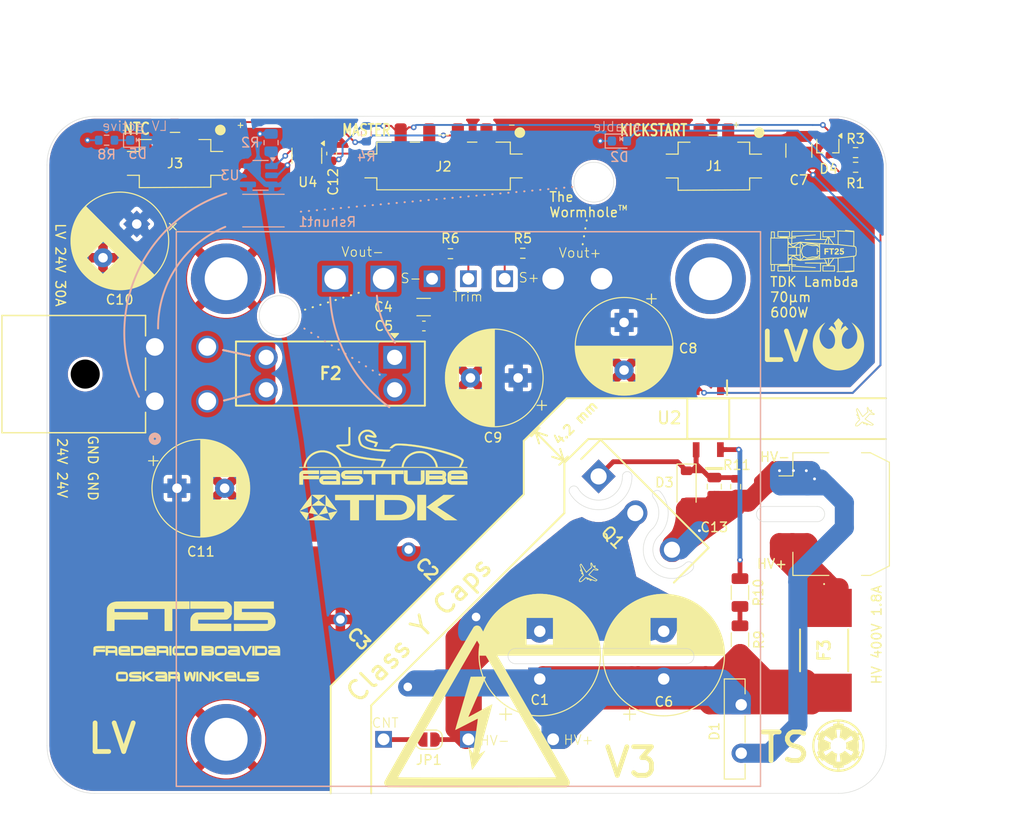
<source format=kicad_pcb>
(kicad_pcb
	(version 20241229)
	(generator "pcbnew")
	(generator_version "9.0")
	(general
		(thickness 1.67)
		(legacy_teardrops no)
	)
	(paper "A4")
	(layers
		(0 "F.Cu" mixed)
		(2 "B.Cu" mixed)
		(9 "F.Adhes" user "F.Adhesive")
		(11 "B.Adhes" user "B.Adhesive")
		(13 "F.Paste" user)
		(15 "B.Paste" user)
		(5 "F.SilkS" user "F.Silkscreen")
		(7 "B.SilkS" user "B.Silkscreen")
		(1 "F.Mask" user)
		(3 "B.Mask" user)
		(17 "Dwgs.User" user "User.Drawings")
		(19 "Cmts.User" user "User.Comments")
		(21 "Eco1.User" user "User.Eco1")
		(23 "Eco2.User" user "User.Eco2")
		(25 "Edge.Cuts" user)
		(27 "Margin" user)
		(31 "F.CrtYd" user "F.Courtyard")
		(29 "B.CrtYd" user "B.Courtyard")
		(35 "F.Fab" user)
		(33 "B.Fab" user)
		(39 "User.1" user)
		(41 "User.2" user)
		(43 "User.3" user)
		(45 "User.4" user)
		(47 "User.5" user)
		(49 "User.6" user)
		(51 "User.7" user)
		(53 "User.8" user)
		(55 "User.9" user)
	)
	(setup
		(stackup
			(layer "F.SilkS"
				(type "Top Silk Screen")
			)
			(layer "F.Paste"
				(type "Top Solder Paste")
			)
			(layer "F.Mask"
				(type "Top Solder Mask")
				(thickness 0.01)
			)
			(layer "F.Cu"
				(type "copper")
				(thickness 0.07)
			)
			(layer "dielectric 1"
				(type "core")
				(thickness 1.51)
				(material "FR4")
				(epsilon_r 4.5)
				(loss_tangent 0.02)
			)
			(layer "B.Cu"
				(type "copper")
				(thickness 0.07)
			)
			(layer "B.Mask"
				(type "Bottom Solder Mask")
				(thickness 0.01)
			)
			(layer "B.Paste"
				(type "Bottom Solder Paste")
			)
			(layer "B.SilkS"
				(type "Bottom Silk Screen")
			)
			(copper_finish "None")
			(dielectric_constraints no)
		)
		(pad_to_mask_clearance 0)
		(allow_soldermask_bridges_in_footprints no)
		(tenting front back)
		(grid_origin 154.6 131.4)
		(pcbplotparams
			(layerselection 0x00000000_00000000_55555555_5755f5ff)
			(plot_on_all_layers_selection 0x00000000_00000000_00000000_00000000)
			(disableapertmacros no)
			(usegerberextensions no)
			(usegerberattributes yes)
			(usegerberadvancedattributes yes)
			(creategerberjobfile no)
			(dashed_line_dash_ratio 12.000000)
			(dashed_line_gap_ratio 3.000000)
			(svgprecision 4)
			(plotframeref no)
			(mode 1)
			(useauxorigin yes)
			(hpglpennumber 1)
			(hpglpenspeed 20)
			(hpglpendiameter 15.000000)
			(pdf_front_fp_property_popups yes)
			(pdf_back_fp_property_popups yes)
			(pdf_metadata yes)
			(pdf_single_document no)
			(dxfpolygonmode yes)
			(dxfimperialunits yes)
			(dxfusepcbnewfont yes)
			(psnegative no)
			(psa4output no)
			(plot_black_and_white yes)
			(plotinvisibletext no)
			(sketchpadsonfab no)
			(plotpadnumbers no)
			(hidednponfab no)
			(sketchdnponfab yes)
			(crossoutdnponfab yes)
			(subtractmaskfromsilk yes)
			(outputformat 1)
			(mirror no)
			(drillshape 0)
			(scaleselection 1)
			(outputdirectory "gerber/")
		)
	)
	(net 0 "")
	(net 1 "/-VIN")
	(net 2 "GND")
	(net 3 "Net-(D4-Pad3)")
	(net 4 "/+VIN")
	(net 5 "+3V3")
	(net 6 "/LV+")
	(net 7 "/3V_buttoncell")
	(net 8 "/TEMP_TSDCDC")
	(net 9 "/HV-in")
	(net 10 "/LV_I_measure")
	(net 11 "/I_meas_weak")
	(net 12 "Net-(U1-+S)")
	(net 13 "Net-(D2-A)")
	(net 14 "Net-(D5-K)")
	(net 15 "/Vout+")
	(net 16 "Net-(R3-Pad2)")
	(net 17 "Net-(U1-TRM)")
	(net 18 "/HV+in")
	(net 19 "/Enable_G")
	(net 20 "/Enable_Opto")
	(net 21 "Net-(JP1-A)")
	(net 22 "Net-(R10-Pad1)")
	(net 23 "/Vout-")
	(footprint "Capacitor_SMD:C_1210_3225Metric" (layer "F.Cu") (at 178.85 64.58 -90))
	(footprint "Resistor_SMD:R_0603_1608Metric" (layer "F.Cu") (at 184.8 64.8))
	(footprint "footprints:airplane" (layer "F.Cu") (at 156.66 108.97 135))
	(footprint "Capacitor_SMD:C_0805_2012Metric" (layer "F.Cu") (at 169.984939 99.830663 -90))
	(footprint "footprints:VY1471M29Y5UC63V0" (layer "F.Cu") (at 130.766058 113.762876 -45))
	(footprint "footprints:rebellion" (layer "F.Cu") (at 183 84.9))
	(footprint "FaSTTUBe_connectors:Micro_Mate-N-Lok_2p_vertical" (layer "F.Cu") (at 169.94 66.21))
	(footprint "Capacitor_THT:CP_Radial_D12.5mm_P5.00mm" (layer "F.Cu") (at 151.679369 120.000968 90))
	(footprint "Capacitor_THT:CP_Radial_D10.0mm_P5.00mm" (layer "F.Cu") (at 109.411454 72.292233 -135))
	(footprint "LOGO"
		(layer "F.Cu")
		(uuid "36ea3436-548e-4414-bac1-a7348850c228")
		(at 180.33 75.14)
		(property "Reference" "G***"
			(at 0 0 0)
			(layer "F.SilkS")
			(hide yes)
			(uuid "f973503b-fa37-47d9-b20f-d30676bb0e6c")
			(effects
				(font
					(size 1.5 1.5)
					(thickness 0.3)
				)
			)
		)
		(property "Value" "LOGO"
			(at 0.75 0 0)
			(layer "F.SilkS")
			(hide yes)
			(uuid "6387be7f-2b16-465c-8f89-140f5aa812b4")
			(effects
				(font
					(size 1.5 1.5)
					(thickness 0.3)
				)
			)
		)
		(property "Datasheet" ""
			(at 0 0 0)
			(layer "F.Fab")
			(hide yes)
			(uuid "41393a24-4ba8-4af2-84c5-5556a5cd9241")
			(effects
				(font
					(size 1.27 1.27)
					(thickness 0.15)
				)
			)
		)
		(property "Description" ""
			(at 0 0 0)
			(layer "F.Fab")
			(hide yes)
			(uuid "47d9374d-4d87-4be0-875b-3451ee135b5f")
			(effects
				(font
					(size 1.27 1.27)
					(thickness 0.15)
				)
			)
		)
		(attr board_only exclude_from_pos_files exclude_from_bom)
		(fp_poly
			(pts
				(xy 2.210106 -0.240934) (xy 2.210106 -0.176067) (xy 2.115122 -0.176067) (xy 2.020138 -0.176067)
				(xy 2.020138 0.088034) (xy 2.020138 0.352134) (xy 1.948322 0.352134) (xy 1.876505 0.352134) (xy 1.876505 0.088034)
				(xy 1.876505 -0.176067) (xy 1.781521 -0.176067) (xy 1.686538 -0.176067) (xy 1.686538 -0.240935)
				(xy 1.686537 -0.305801) (xy 1.948322 -0.305801) (xy 2.210106 -0.305801)
			)
			(stroke
				(width 0)
				(type solid)
			)
			(fill yes)
			(layer "F.SilkS")
			(uuid "7df8e5e8-4ee8-444f-be4a-2fc6df64b466")
		)
		(fp_poly
			(pts
				(xy 1.644837 -0.238617) (xy 1.644837 -0.171435) (xy 1.49657 -0.171434) (xy 1.348303 -0.171434) (xy 1.348303 -0.10425)
				(xy 1.348303 -0.037067) (xy 1.484987 -0.037067) (xy 1.621671 -0.037067) (xy 1.621671 0.030116) (xy 1.621671 0.0973)
				(xy 1.484987 0.0973) (xy 1.348303 0.0973) (xy 1.348303 0.224717) (xy 1.348303 0.352134) (xy 1.27417 0.352134)
				(xy 1.200036 0.352134) (xy 1.200036 0.023167) (xy 1.200037 -0.305801) (xy 1.422437 -0.305801) (xy 1.644836 -0.305801)
			)
			(stroke
				(width 0)
				(type solid)
			)
			(fill yes)
			(layer "F.SilkS")
			(uuid "79488fa3-17fb-4e16-b5f3-2b64540a352f")
		)
		(fp_poly
			(pts
				(xy 2.532179 -0.312678) (xy 2.576155 -0.304473) (xy 2.614922 -0.2894) (xy 2.648 -0.267744) (xy 2.67491 -0.239793)
				(xy 2.695172 -0.205832) (xy 2.704208 -0.181813) (xy 2.708716 -0.159076) (xy 2.7108 -0.130942) (xy 2.71048 -0.100955)
				(xy 2.707773 -0.072656) (xy 2.703574 -0.052464) (xy 2.698715 -0.037255) (xy 2.692926 -0.02316) (xy 2.685517 -0.009402)
				(xy 2.675798 0.004797) (xy 2.663078 0.020215) (xy 2.646666 0.037632) (xy 2.625872 0.057823) (xy 2.600005 0.081568)
				(xy 2.568374 0.109644) (xy 2.53029 0.142829) (xy 2.529931 0.14314) (xy 2.430439 0.229351) (xy 2.575106 0.230575)
				(xy 2.719774 0.231799) (xy 2.719774 0.291967) (xy 2.719774 0.352134) (xy 2.490308 0.352134) (xy 2.260843 0.352134)
				(xy 2.262116 0.277056) (xy 2.263389 0.201979) (xy 2.356056 0.119177) (xy 2.402943 0.077122) (xy 2.443117 0.04073)
				(xy 2.476929 0.009665) (xy 2.504727 -0.016408) (xy 2.526863 -0.037827) (xy 2.543685 -0.054929) (xy 2.555544 -0.06805)
				(xy 2.562789 -0.077524) (xy 2.565176 -0.081851) (xy 2.5716 -0.10729) (xy 2.569746 -0.130812) (xy 2.56056 -0.15134)
				(xy 2.544994 -0.167801) (xy 2.523994 -0.179121) (xy 2.49851 -0.184225) (xy 2.475724 -0.18314) (xy 2.452963 -0.175273)
				(xy 2.433454 -0.159912) (xy 2.418912 -0.1387) (xy 2.413064 -0.123046) (xy 2.407173 -0.101018) (xy 2.367714 -0.103927)
				(xy 2.344598 -0.10571) (xy 2.320508 -0.107692) (xy 2.30031 -0.109471) (xy 2.298702 -0.109622) (xy 2.269145 -0.112408)
				(xy 2.272093 -0.14061) (xy 2.280459 -0.177948) (xy 2.296913 -0.213524) (xy 2.320278 -0.245457) (xy 2.349375 -0.271863)
				(xy 2.357833 -0.277654) (xy 2.388158 -0.29404) (xy 2.420755 -0.305158) (xy 2.458064 -0.31171) (xy 2.483473 -0.313727)
			)
			(stroke
				(width 0)
				(type solid)
			)
			(fill yes)
			(layer "F.SilkS")
			(uuid "c06ae400-d6b0-4739-b2a0-6d35249e5efc")
		)
		(fp_poly
			(pts
				(xy 3.243342 -0.245567) (xy 3.243342 -0.185334) (xy 3.111291 -0.185334) (xy 2.979241 -0.185333)
				(xy 2.979241 -0.135525) (xy 2.979241 -0.085718) (xy 3.035999 -0.085703) (xy 3.075658 -0.084189)
				(xy 3.108746 -0.079239) (xy 3.137528 -0.070212) (xy 3.16427 -0.05647) (xy 3.181956 -0.044466) (xy 3.203555 -0.026318)
				(xy 3.221029 -0.006004) (xy 3.236416 0.019128) (xy 3.246178 0.039116) (xy 3.254238 0.063529) (xy 3.259574 0.09369)
				(xy 3.261941 0.126422) (xy 3.261098 0.158544) (xy 3.257324 0.184609) (xy 3.244399 0.223685) (xy 3.224208 0.260227)
				(xy 3.198098 0.292412) (xy 3.167418 0.318418) (xy 3.150847 0.328502) (xy 3.111135 0.345164) (xy 3.066727 0.356095)
				(xy 3.020478 0.360938) (xy 2.975243 0.359334) (xy 2.945754 0.354196) (xy 2.903627 0.339619) (xy 2.867264 0.317857)
				(xy 2.836999 0.289211) (xy 2.813163 0.253981) (xy 2.79881 0.220868) (xy 2.79432 0.207035) (xy 2.791744 0.197519)
				(xy 2.791552 0.194601) (xy 2.796444 0.193609) (xy 2.808775 0.190877) (xy 2.826961 0.186759) (xy 2.849416 0.181613)
				(xy 2.863407 0.178384) (xy 2.887539 0.172819) (xy 2.908262 0.168078) (xy 2.924002 0.164518) (xy 2.933186 0.162495)
				(xy 2.934883 0.162167) (xy 2.937199 0.166065) (xy 2.941475 0.175947) (xy 2.943919 0.182163) (xy 2.957618 0.206359)
				(xy 2.976856 0.224378) (xy 2.999977 0.235881) (xy 3.025322 0.240528) (xy 3.051235 0.23798) (xy 3.076057 0.227898)
				(xy 3.095075 0.213134) (xy 3.111612 0.190456) (xy 3.120769 0.164235) (xy 3.12262 0.136431) (xy 3.117245 0.108995)
				(xy 3.10472 0.083886) (xy 3.089275 0.066498) (xy 3.070671 0.05315) (xy 3.049056 0.043822) (xy 3.022749 0.038071)
				(xy 2.990066 0.035457) (xy 2.969974 0.03519) (xy 2.940708 0.035905) (xy 2.915232 0.038169) (xy 2.889963 0.042519)
				(xy 2.861313 0.04949) (xy 2.845988 0.053732) (xy 2.835519 0.056704) (xy 2.838042 -0.086323) (xy 2.838768 -0.123978)
				(xy 2.83959 -0.160526) (xy 2.840463 -0.194417) (xy 2.841344 -0.224098) (xy 2.842188 -0.248021) (xy 2.842954 -0.264633)
				(xy 2.843135 -0.267576) (xy 2.845706 -0.305801) (xy 3.044525 -0.305801) (xy 3.243342 -0.305801)
			)
			(stroke
				(width 0)
				(type solid)
			)
			(fill yes)
			(layer "F.SilkS")
			(uuid "5a963cb9-9510-4127-9f96-127e7c222fca")
		)
		(fp_poly
			(pts
				(xy 3.38727 -2.232811) (xy 3.40086 -2.231479) (xy 3.422092 -2.229358) (xy 3.450178 -2.22653) (xy 3.484329 -2.223073)
				(xy 3.523759 -2.219069) (xy 3.567678 -2.214599) (xy 3.615297 -2.209743) (xy 3.66583 -2.204582) (xy 3.718489 -2.199197)
				(xy 3.772484 -2.193667) (xy 3.827029 -2.188075) (xy 3.881335 -2.182501) (xy 3.934614 -2.177024)
				(xy 3.986077 -2.171727) (xy 4.034939 -2.166689) (xy 4.080407 -2.161992) (xy 4.121698 -2.157716)
				(xy 4.158021 -2.153941) (xy 4.188587 -2.150748) (xy 4.200017 -2.149547) (xy 4.234253 -2.145885)
				(xy 4.265408 -2.142435) (xy 4.292316 -2.139335) (xy 4.31381 -2.136726) (xy 4.328722 -2.134745) (xy 4.335885 -2.133532)
				(xy 4.336334 -2.133359) (xy 4.336533 -2.128574) (xy 4.336655 -2.115023) (xy 4.336705 -2.093209)
				(xy 4.336684 -2.063633) (xy 4.336595 -2.026795) (xy 4.33644 -1.983198) (xy 4.336223 -1.933343) (xy 4.335944 -1.877731)
				(xy 4.335608 -1.816864) (xy 4.335216 -1.751243) (xy 4.33477 -1.681369) (xy 4.334273 -1.607743) (xy 4.333728 -1.530869)
				(xy 4.333136 -1.451244) (xy 4.332871 -1.416624) (xy 4.332241 -1.334602) (xy 4.331634 -1.254271)
				(xy 4.33105 -1.176204) (xy 4.330496 -1.10097) (xy 4.329976 -1.029142) (xy 4.329492 -0.961291) (xy 4.329052 -0.897987)
				(xy 4.328655 -0.839801) (xy 4.328308 -0.787305) (xy 4.328013 -0.741071) (xy 4.327776 -0.701668)
				(xy 4.327599 -0.669669) (xy 4.327487 -0.645643) (xy 4.327444 -0.630164) (xy 4.327444 -0.627586)
				(xy 4.327545 -0.55322) (xy 4.37377 -0.54809) (xy 4.419996 -0.542959) (xy 4.484971 -0.483626) (xy 4.505281 -0.464833)
				(xy 4.522986 -0.44798) (xy 4.537024 -0.434118) (xy 4.546333 -0.424295) (xy 4.54985 -0.419562) (xy 4.549855 -0.419489)
				(xy 4.550293 -0.414027) (xy 4.551582 -0.400285) (xy 4.55363 -0.379199) (xy 4.556344 -0.351708) (xy 4.55963 -0.31875)
				(xy 4.563396 -0.281261) (xy 4.567548 -0.240179) (xy 4.571355 -0.202709) (xy 4.592945 0.009267) (xy 4.571355 0.221242)
				(xy 4.566945 0.264663) (xy 4.562841 0.305296) (xy 4.559137 0.342206) (xy 4.555926 0.374453) (xy 4.553301 0.401102)
				(xy 4.551353 0.421213) (xy 4.550178 0.433849) (xy 4.549855 0.438022) (xy 4.546612 0.442512) (xy 4.537531 0.452137)
				(xy 4.523674 0.465847) (xy 4.506105 0.482593) (xy 4.485885 0.501324) (xy 4.484971 0.50216) (xy 4.419997 0.561493)
				(xy 4.373769 0.566623) (xy 4.327545 0.571753) (xy 4.327444 0.646119) (xy 4.327469 0.65926) (xy 4.327563 0.681097)
				(xy 4.327723 0.711058) (xy 4.327945 0.748571) (xy 4.328225 0.793067) (xy 4.328559 0.843974) (xy 4.328943 0.90072)
				(xy 4.329373 0.962734) (xy 4.329846 1.029446) (xy 4.330356 1.100286) (xy 4.330901 1.17468) (xy 4.331477 1.252059)
				(xy 4.332079 1.33185) (xy 4.332704 1.413485) (xy 4.332871 1.435157) (xy 4.333481 1.5158) (xy 4.334047 1.593906)
				(xy 4.334564 1.668978) (xy 4.335032 1.740512) (xy 4.335447 1.808006) (xy 4.335808 1.870958) (xy 4.336111 1.928869)
				(xy 4.336355 1.981237) (xy 4.336537 2.02756) (xy 4.336653 2.067337) (xy 4.336704 2.100067) (xy 4.336685 2.125248)
				(xy 4.336594 2.142379) (xy 4.336429 2.150958) (xy 4.336335 2.151893) (xy 4.331377 2.152884) (xy 4.318367 2.15468)
				(xy 4.298472 2.157138) (xy 4.272859 2.160123) (xy 4.242694 2.163495) (xy 4.209148 2.167117) (xy 4.200017 2.168082)
				(xy 4.172233 2.170992) (xy 4.138346 2.174521) (xy 4.099146 2.178586) (xy 4.055419 2.183108) (xy 4.007954 2.188005)
				(xy 3.957539 2.193199) (xy 3.904962 2.198607) (xy 3.851011 2.204148) (xy 3.796475 2.209742) (xy 3.742141 2.215309)
				(xy 3.688796 2.220768) (xy 3.63723 2.226037) (xy 3.588231 2.231037) (xy 3.542586 2.235687) (xy 3.501083 2.239906)
				(xy 3.464512 2.243614) (xy 3.433658 2.246729) (xy 3.409312 2.249172) (xy 3.39226 2.250859) (xy 3.383291 2.251715)
				(xy 3.382109 2.251806) (xy 3.380255 2.247528) (xy 3.378178 2.23608) (xy 3.376217 2.219545) (xy 3.37545 2.210835)
				(xy 3.3736 2.191763) (xy 3.371439 2.175942) (xy 3.369333 2.165869) (xy 3.368582 2.163999) (xy 3.368194 2.163123)
				(xy 3.367841 2.162336) (xy 3.367055 2.161657) (xy 3.365358 2.161104) (xy 3.362276 2.160697) (xy 3.357337 2.160453)
				(xy 3.350069 2.160392) (xy 3.339994 2.160532) (xy 3.32664 2.16089) (xy 3.309536 2.161487) (xy 3.288204 2.162341)
				(xy 3.26217 2.16347) (xy 3.230964 2.164892) (xy 3.19411 2.166627) (xy 3.151135 2.168692) (xy 3.101565 2.171107)
				(xy 3.044926 2.17389) (xy 2.980744 2.177059) (xy 2.908545 2.180634) (xy 2.827857 2.184632) (xy 2.773776 2.187311)
				(xy 2.723126 2.189773) (xy 2.675244 2.19201) (xy 2.630927 2.19399) (xy 2.590972 2.195683) (xy 2.556177 2.197057)
				(xy 2.52734 2.198081) (xy 2.505257 2.198724) (xy 2.490727 2.198954) (xy 2.484548 2.198738) (xy 2.484397 2.198675)
				(xy 2.482972 2.193086) (xy 2.4815 2.180449) (xy 2.480208 2.162975) (xy 2.479683 2.152716) (xy 2.477796 2.109587)
				(xy 2.502643 2.106603) (xy 2.520245 2.105084) (xy 2.542271 2.103995) (xy 2.563398 2.103579) (xy 2.599307 2.103539)
				(xy 2.599205 2.03983) (xy 2.599136 2.026958) (xy 2.59896 2.005475) (xy 2.598682 1.976034) (xy 2.598313 1.939289)
				(xy 2.597857 1.895895) (xy 2.597323 1.846507) (xy 2.596718 1.791777) (xy 2.596049 1.732363) (xy 2.595323 1.668916)
				(xy 2.594547 1.602089) (xy 2.593729 1.53254) (xy 2.592876 1.460921) (xy 2.592357 1.417804) (xy 2.591488 1.345622)
				(xy 2.590651 1.275356) (xy 2.589851 1.207638) (xy 2.589097 1.143098) (xy 2.588395 1.08237) (xy 2.587752 1.026085)
				(xy 2.587175 0.974875) (xy 2.586672 0.929372) (xy 2.58625 0.890208) (xy 2.585916 0.858015) (xy 2.585677 0.833425)
				(xy 2.585539 0.817069) (xy 2.585508 0.811266) (xy 2.585407 0.763045) (xy 2.477681 0.76615) (xy 2.420738 0.767807)
				(xy 2.372367 0.769264) (xy 2.331872 0.770562) (xy 2.298559 0.771745) (xy 2.271738 0.772854) (xy 2.250712 0.773931)
				(xy 2.234789 0.775018) (xy 2.223275 0.776158) (xy 2.215478 0.777392) (xy 2.210703 0.778764) (xy 2.208257 0.780313)
				(xy 2.207447 0.782084) (xy 2.207419 0.782564) (xy 2.204733 0.787317) (xy 2.196946 0.798996) (xy 2.184444 0.817061)
				(xy 2.167617 0.84097) (xy 2.146849 0.870183) (xy 2.122527 0.90416) (xy 2.09504 0.94236) (xy 2.064773 0.984242)
				(xy 2.032115 1.029266) (xy 1.99745 1.07689) (xy 1.961168 1.126575) (xy 1.960005 1.128165) (xy 1.923623 1.177986)
				(xy 1.888809 1.225823) (xy 1.855956 1.271128) (xy 1.825453 1.313354) (xy 1.797694 1.351955) (xy 1.773068 1.386383)
				(xy 1.751966 1.416092) (xy 1.734781 1.440534) (xy 1.721903 1.459162) (xy 1.713724 1.47143) (xy 1.710635 1.47679)
				(xy 1.710627 1.476824) (xy 1.708624 1.487304) (xy 2.003382 1.487304) (xy 2.298139 1.487304) (xy 2.298144 1.583446)
				(xy 2.298213 1.608384) (xy 2.298406 1.641116) (xy 2.29871 1.680174) (xy 2.299111 1.724089) (xy 2.299595 1.771389)
				(xy 2.300147 1.820606) (xy 2.300755 1.870268) (xy 2.301218 1.905463) (xy 2.304286 2.131339) (xy 1.647305 2.131339)
				(xy 0.990323 2.131339) (xy 0.993195 2.113964) (xy 0.993689 2.106417) (xy 0.994158 2.090423) (xy 0.994594 2.066805)
				(xy 0.99496 2.038672) (xy 1.08875 2.038672) (xy 1.647111 2.038672) (xy 2.205472 2.038672) (xy 2.205472 1.809321)
				(xy 2.205472 1.579971) (xy 1.656421 1.579199) (xy 1.585739 1.579096) (xy 1.517565 1.578991) (xy 1.452484 1.578885)
				(xy 1.391074 1.578779) (xy 1.333918 1.578675) (xy 1.281595 1.578571) (xy 1.234689 1.578472) (xy 1.193778 1.578378)
				(xy 1.159447 1.57829) (xy 1.132272 1.578209) (xy 1.112838 1.578137) (xy 1.101725 1.578074) (xy 1.099261 1.57804)
				(xy 1.097423 1.578408) (xy 1.095875 1.580202) (xy 1.094589 1.584173) (xy 1.093535 1.591074) (xy 1.092682 1.601656)
				(xy 1.091999 1.61667) (xy 1.091456 1.636869) (xy 1.091023 1.663004) (xy 1.090669 1.695827) (xy 1.090364 1.736087)
				(xy 1.090077 1.784539) (xy 1.089951 1.808163) (xy 1.08875 2.038672) (xy 0.99496 2.038672) (xy 0.99499 2.036382)
				(xy 0.995338 1.999975) (xy 0.995631 1.958404) (xy 0.995862 1.912492) (xy 0.996024 1.863057) (xy 0.996108 1.810921)
				(xy 0.996118 1.78963) (xy 0.996169 1.482671) (xy 1.242123 1.482671) (xy 1.291787 1.482595) (xy 1.337431 1.482378)
				(xy 1.378334 1.48203) (xy 1.413769 1.481564) (xy 1.443013 1.480992) (xy 1.465339 1.480327) (xy 1.480024 1.47958)
				(xy 1.486341 1.478764) (xy 1.486531 1.478558) (xy 1.484152 1.47334) (xy 1.478357 1.461039) (xy 1.469747 1.442919)
				(xy 1.458926 1.420247) (xy 1.446495 1.394288) (xy 1.441011 1.382862) (xy 1.397037 1.291279) (xy 1.283478 1.294298)
				(xy 1.249685 1.295057) (xy 1.208904 1.295746) (xy 1.163413 1.296342) (xy 1.11549 1.296818) (xy 1.067413 1.297151)
				(xy 1.021462 1.297314) (xy 1.006594 1.297327) (xy 0.843269 1.297337) (xy 0.843269 1.721288) (xy 0.843269 2.145239)
				(xy -0.708148 2.145239) (xy -2.259563 2.145239) (xy -2.262634 1.935978) (xy -2.263315 1.886185)
				(xy -2.263944 1.833688) (xy -2.264503 1.780411) (xy -2.264976 1.728276) (xy -2.265345 1.679207)
				(xy -2.265592 1.635127) (xy -2.265702 1.59796) (xy -2.265706 1.590794) (xy -2.265739 1.55167) (xy -2.265876 1.520834)
				(xy -2.266173 1.497306) (xy -2.266692 1.480108) (xy -2.26749 1.46826) (xy -2.268626 1.460783) (xy -2.270157 1.456697)
				(xy -2.272141 1.455025) (xy -2.273814 1.454766) (xy -2.280294 1.454537) (xy -2.294854 1.453935)
				(xy -2.316319 1.453013) (xy -2.343512 1.451821) (xy -2.37526 1.450411) (xy -2.410382 1.448834) (xy -2.43019 1.447939)
				(xy -2.468142 1.446262) (xy -2.504686 1.44473) (xy -2.538371 1.443397) (xy -2.567745 1.442318) (xy -2.591357 1.441547)
				(xy -2.607758 1.441142) (xy -2.612049 1.441093) (xy -2.64564 1.44097) (xy -2.64564 1.468771) (xy -2.645639 1.496571)
				(xy -2.525331 1.496571) (xy -2.405021 1.496571) (xy -2.403705 1.805846) (xy -2.403515 1.858546)
				(xy -2.403401 1.908502) (xy -2.40336 1.954946) (xy -2.40339 1.997109) (xy -2.403489 2.034222) (xy -2.403653 2.065515)
				(xy -2.403881 2.090221) (xy -2.404171 2.107569) (xy -2.404518 2.116791) (xy -2.404706 2.118106)
				(xy -2.409529 2.11848) (xy -2.423095 2.118886) (xy -2.44488 2.119321) (xy -2.474362 2.119778) (xy -2.511016 2.120253)
				(xy -2.554319 2.12074) (xy -2.603749 2.121235) (xy -2.658781 2.121732) (xy -2.718891 2.122227) (xy -2.783558 2.122715)
				(xy -2.852257 2.12319) (xy -2.924462 2.123648) (xy -2.999654 2.124083) (xy -3.0638 2.124423) (xy -3.720577 2.127757)
				(xy -3.720577 1.81448) (xy -3.720577 1.593871) (xy -3.62791 1.593871) (xy -3.62791 1.814711) (xy -3.62791 2.03555)
				(xy -3.411698 2.032478) (xy -3.369215 2.031948) (xy -3.31891 2.031448) (xy -3.262228 2.030984) (xy -3.200615 2.030565)
				(xy -3.135516 2.030198) (xy -3.068375 2.029891) (xy -3.000637 2.029653) (xy -2.933749 2.02949) (xy -2.869154 2.029412)
				(xy -2.846385 2.029405) (xy -2.497283 2.029405) (xy -2.498486 1.81048) (xy -2.49969 1.591554) (xy -2.537915 1.591676)
				(xy -2.547579 1.591701) (xy -2.565869 1.591743) (xy -2.592146 1.591801) (xy -2.62577 1.591872) (xy -2.666099 1.591957)
				(xy -2.712496 1.592053) (xy -2.764319 1.592159) (xy -2.820929 1.592274) (xy -2.881685 1.592396)
				(xy -2.945948 1.592525) (xy -3.013077 1.592659) (xy -3.082432 1.592796) (xy -3.102025 1.592834)
				(xy -3.62791 1.593871) (xy -3.720577 1.593871) (xy -3.720577 1.501204) (xy -3.654551 1.501183) (xy -3.624666 1.500936)
				(xy -3.592334 1.500279) (xy -3.561481 1.499312) (xy -3.536401 1.498158) (xy -3.484276 1.495155)
				(xy -3.484276 1.468063) (xy -3.484276 1.44097) (xy -3.740716 1.44097) (xy -3.997156 1.44097) (xy -4.000524 1.764101)
				(xy -4.001097 1.817922) (xy -4.001663 1.868962) (xy -4.002214 1.916476) (xy -4.002738 1.959718)
				(xy -4.003227 1.997942) (xy -4.00367 2.030405) (xy -4.004058 2.056359) (xy -4.004382 2.07506) (xy -4.004631 2.085762)
				(xy -4.004755 2.088096) (xy -4.009616 2.088576) (xy -4.02259 2.089168) (xy -4.042528 2.089847) (xy -4.068278 2.090589)
				(xy -4.098689 2.091373) (xy -4.132609 2.092176) (xy -4.168888 2.092974) (xy -4.206373 2.093745)
				(xy -4.243913 2.094466) (xy -4.28036 2.095114) (xy -4.314559 2.095667) (xy -4.34536 2.096101) (xy -4.371612 2.096393)
				(xy -4.392163 2.096521) (xy -4.405862 2.096463) (xy -4.411559 2.096194) (xy -4.41163 2.096166) (xy -4.412287 2.091243)
				(xy -4.412909 2.077802) (xy -4.413489 2.056593) (xy -4.414016 2.028365) (xy -4.414482 1.993867)
				(xy -4.414878 1.953848) (xy -4.415193 1.909058) (xy -4.415422 1.860246) (xy -4.415551 1.808161)
				(xy -4.415578 1.769665) (xy -4.415578 1.445919) (xy -4.322912 1.44592) (xy -4.322911 1.632667) (xy -4.32283 1.677998)
				(xy -4.322597 1.724363) (xy -4.322233 1.770035) (xy -4.321755 1.813286) (xy -4.321184 1.852391)
				(xy -4.320538 1.885623) (xy -4.319861 1.910511) (xy -4.31681 2.001605) (xy -4.27237 2.001588) (xy -4.250095 2.001348)
				(xy -4.222113 2.000707) (xy -4.191967 1.999762) (xy -4.163205 1.99861) (xy -4.162654 1.998585) (xy -4.09738 1.995599)
				(xy -4.094329 1.722449) (xy -4.093807 1.672987) (xy -4.093375 1.626306) (xy -4.093037 1.583227)
				(xy -4.092796 1.544568) (xy -4.092653 1.51115) (xy -4.092615 1.483793) (xy -4.092685 1.463316) (xy -4.092866 1.450539)
				(xy -4.09313 1.446294) (xy -4.09808 1.445515) (xy -4.111021 1.444917) (xy -4.130668 1.444519) (xy -4.155749 1.444338)
				(xy -4.184984 1.444394) (xy -4.208947 1.444604) (xy -4.322912 1.44592) (xy -4.415578 1.445919) (xy -4.415578 1.445604)
				(xy -4.44609 1.445604) (xy -4.476601 1.445603) (xy -4.472918 1.340195) (xy -4.472551 1.32484) (xy -4.472203 1.300703)
				(xy -4.471875 1.268271) (xy -4.471567 1.22803) (xy -4.471279 1.180464) (xy -4.47101 1.126058) (xy -4.470761 1.065302)
				(xy -4.470532 0.998677) (xy -4.470323 0.92667) (xy -4.470132 0.849767) (xy -4.469964 0.768454) (xy -4.469814 0.683216)
				(xy -4.469683 0.594538) (xy -4.469572 0.502907) (xy -4.469482 0.408808) (xy -4.469412 0.312726)
				(xy -4.469361 0.215146) (xy -4.469329 0.116557) (xy -4.469318 0.017441) (xy -4.469319 0.009267)
				(xy -4.376195 0.009267) (xy -4.376195 1.348304) (xy -3.921735 1.348303) (xy -3.84542 1.348265) (xy -3.763054 1.348156)
				(xy -3.676284 1.347978) (xy -3.586755 1.34774) (xy -3.496112 1.347448) (xy -3.4755 1.34737) (xy -2.566874 1.347369)
				(xy -2.510115 1.350271) (xy -2.485398 1.351507) (xy -2.454562 1.353009) (xy -2.420743 1.354622)
				(xy -2.387079 1.356201) (xy -2.369956 1.35699) (xy -2.342439 1.358262) (xy -2.317591 1.359435) (xy -2.297116 1.360426)
				(xy -2.28272 1.361153) (xy -2.27648 1.361507) (xy -2.266404 1.362204) (xy -2.268995 1.099261) (xy -2.269489 1.050816)
				(xy -2.269988 1.005216) (xy -2.270479 0.963292) (xy -2.270952 0.925869) (xy -2.271395 0.893779)
				(xy -2.271407 0.893007) (xy -2.176597 0.893007) (xy -2.176496 0.920555) (xy -2.176287 0.953996)
				(xy -2.175973 0.992488) (xy -2.175561 1.035186) (xy -2.175055 1.081248) (xy -2.174701 1.110891)
				(xy -2.17154 1.365972) (xy -2.129432 1.368977) (xy -2.067771 1.373609) (xy -2.010185 1.378392) (xy -1.957281 1.383255)
				(xy -1.909674 1.388125) (xy -1.867971 1.39293) (xy -1.832783 1.397595) (xy -1.80472 1.40205) (xy -1.784393 1.406223)
				(xy -1.772412 1.410037) (xy -1.769774 1.411753) (xy -1.769529 1.417538) (xy -1.771735 1.42998) (xy -1.775956 1.446925)
				(xy -1.778921 1.457187) (xy -1.785239 1.477077) (xy -1.790133 1.489488) (xy -1.794401 1.495928)
				(xy -1.798845 1.497914) (xy -1.800426 1.497857) (xy -1.808153 1.49683) (xy -1.823059 1.494741) (xy -1.843149 1.491874)
				(xy -1.866434 1.488511) (xy -1.871871 1.48772) (xy -1.897523 1.484335) (xy -1.929466 1.480654) (xy -1.964746 1.476986)
				(xy -2.000406 1.473642) (xy -2.027089 1.471419) (xy -2.057452 1.46905) (xy -2.086497 1.466764) (xy -2.112259 1.464717)
				(xy -2.132778 1.463064) (xy -2.146087 1.461962) (xy -2.146397 1.461935) (xy -2.173039 1.459646)
				(xy -2.173039 1.489692) (xy -2.172691 1.506113) (xy -2.171285 1.515262) (xy -2.168279 1.519122)
				(xy -2.164797 1.519737) (xy -2.158723 1.520031) (xy -2.144281 1.520874) (xy -2.12235 1.522213) (xy -2.093809 1.52399)
				(xy -2.059538 1.526152) (xy -2.020415 1.528643) (xy -1.977319 1.531407) (xy -1.93113 1.534389) (xy -1.906488 1.535988)
				(xy -1.854929 1.539338) (xy -1.80268 1.542728) (xy -1.751135 1.546071) (xy -1.701688 1.549275) (xy -1.655732 1.55225)
				(xy -1.614661 1.554907) (xy -1.579869 1.557154) (xy -1.552749 1.558901) (xy -1.549854 1.559087)
				(xy -1.519396 1.561047) (xy -1.481663 1.56348) (xy -1.438624 1.566258) (xy -1.392251 1.569254) (xy -1.344516 1.57234)
				(xy -1.297389 1.575391) (xy -1.264903 1.577495) (xy -1.217015 1.580596) (xy -1.16498 1.583963) (xy -1.111213 1.587439)
				(xy -1.058137 1.590868) (xy -1.008165 1.594093) (xy -0.963719 1.596959) (xy -0.942887 1.598301)
				(xy -0.897305 1.601236) (xy -0.845716 1.60456) (xy -0.791355 1.608063) (xy -0.737462 1.611537) (xy -0.687275 1.614773)
				(xy -0.655619 1.616816) (xy -0.610848 1.619703) (xy -0.559926 1.622982) (xy -0.505948 1.626455)
				(xy -0.452011 1.629924) (xy -0.401211 1.633186) (xy -0.363718 1.635592) (xy -0.328419 1.637861)
				(xy -0.285555 1.640625) (xy -0.236806 1.643776) (xy -0.183852 1.647202) (xy -0.128376 1.650799)
				(xy -0.072057 1.654455) (xy -0.016577 1.658062) (xy 0.031407 1.661186) (xy 0.078504 1.664246) (xy 0.122931 1.667115)
				(xy 0.163807 1.669738) (xy 0.200251 1.672059) (xy 0.231381 1.674022) (xy 0.256316 1.675572) (xy 0.274174 1.676652)
				(xy 0.284073 1.677206) (xy 0.285714 1.677271) (xy 0.289145 1.678355) (xy 0.291125 1.682707) (xy 0.291847 1.691981)
				(xy 0.291504 1.70783) (xy 0.290854 1.721421) (xy 0.289553 1.740799) (xy 0.287959 1.756543) (xy 0.286321 1.766454)
				(xy 0.285478 1.768637) (xy 0.280651 1.768608) (xy 0.266958 1.768) (xy 0.24478 1.766836) (xy 0.214499 1.765141)
				(xy 0.176497 1.762937) (xy 0.131153 1.76025) (xy 0.078851 1.757101) (xy 0.019972 1.753516) (xy -0.045106 1.749517)
				(xy -0.115998 1.745128) (xy -0.192324 1.740372) (xy -0.273703 1.735274) (xy -0.359753 1.729857)
				(xy -0.450093 1.724144) (xy -0.544342 1.718159) (xy -0.642118 1.711925) (xy -0.743041 1.705468)
				(xy -0.846728 1.698808) (xy -0.944155 1.692531) (xy -1.050013 1.6857) (xy -1.153439 1.679031) (xy -1.254052 1.67255)
				(xy -1.351472 1.666279) (xy -1.445319 1.660243) (xy -1.535212 1.654466) (xy -1.620772 1.648974)
				(xy -1.701618 1.643789) (xy -1.77737 1.638936) (xy -1.847648 1.634441) (xy -1.912071 1.630326) (xy -1.97026 1.626617)
				(xy -2.021834 1.623337) (xy -2.066412 1.620512) (xy -2.103615 1.618164) (xy -2.133063 1.61632) (xy -2.154375 1.615002)
				(xy -2.167171 1.614236) (xy -2.171095 1.614039) (xy -2.171128 1.618662) (xy -2.171074 1.631645)
				(xy -2.170943 1.652082) (xy -2.170742 1.679067) (xy -2.170476 1.711694) (xy -2.170155 1.749057)
				(xy -2.169782 1.790249) (xy -2.169374 1.833647) (xy -2.167282 2.052572) (xy -0.707684 2.052572)
				(xy 0.751913 2.052572) (xy 0.748501 1.676113) (xy 0.747965 1.617934) (xy 0.747438 1.562492) (xy 0.746927 1.510476)
				(xy 0.746439 1.462575) (xy 0.745982 1.419482) (xy 0.745565 1.381879) (xy 0.745193 1.350461) (xy 0.744876 1.325917)
				(xy 0.74462 1.308934) (xy 0.744433 1.300203) (xy 0.74437 1.299146) (xy 0.739738 1.29906) (xy 0.726314 1.298912)
				(xy 0.704572 1.298707) (xy 0.674985 1.29845) (xy 0.63803 1.298141) (xy 0.594179 1.297786) (xy 0.543907 1.297389)
				(xy 0.487688 1.296953) (xy 0.425996 1.296482) (xy 0.359306 1.295979) (xy 0.288092 1.295448) (xy 0.212828 1.294894)
				(xy 0.133988 1.294318) (xy 0.052047 1.293726) (xy -0.032522 1.293121) (xy -0.050967 1.292989) (xy -0.136082 1.292366)
				(xy -0.218697 1.291727) (xy -0.298338 1.291076) (xy -0.374525 1.29042) (xy -0.446785 1.289762) (xy -0.51464 1.289109)
				(xy -0.577615 1.288467) (xy -0.635234 1.287838) (xy -0.687017 1.287229) (xy -0.732492 1.286647)
				(xy -0.771182 1.286094) (xy -0.80261 1.285578) (xy -0.8263 1.285103) (xy -0.841774 1.284674) (xy -0.848559 1.284296)
				(xy -0.848834 1.284224) (xy -0.849966 1.278521) (xy -0.850313 1.265798) (xy -0.849853 1.248265)
				(xy -0.849272 1.23771) (xy -0.84646 1.194313) (xy -0.241371 1.198332) (xy -0.165921 1.198806) (xy -0.087571 1.199245)
				(xy -0.006827 1.199647) (xy 0.075804 1.200015) (xy 0.159817 1.200345) (xy 0.244705 1.200641) (xy 0.329962 1.2009)
				(xy 0.415083 1.201123) (xy 0.49956 1.201308) (xy 0.582888 1.201456) (xy 0.664561 1.201569) (xy 0.744073 1.201645)
				(xy 0.820918 1.20168) (xy 0.894589 1.201678) (xy 0.964581 1.20164) (xy 1.030387 1.201562) (xy 1.091501 1.201446)
				(xy 1.147417 1.20129) (xy 1.19763 1.201096) (xy 1.241632 1.200862) (xy 1.278919 1.200589) (xy 1.308983 1.200276)
				(xy 1.331319 1.199923) (xy 1.34542 1.19953) (xy 1.35078 1.199096) (xy 1.350806 1.199078) (xy 1.349214 1.19475)
				(xy 1.344123 1.183101) (xy 1.336024 1.165174) (xy 1.325408 1.142014) (xy 1.312764 1.114663) (xy 1.298583 1.084164)
				(xy 1.283355 1.051563) (xy 1.26757 1.0179) (xy 1.251718 0.984222) (xy 1.23629 0.951571) (xy 1.221776 0.920988)
				(xy 1.208665 0.893521) (xy 1.197449 0.87021) (xy 1.188618 0.852101) (xy 1.18266 0.840235) (xy 1.180095 0.835685)
				(xy 1.175226 0.835695) (xy 1.161554 0.836353) (xy 1.139522 0.83763) (xy 1.10957 0.839495) (xy 1.07214 0.84192)
				(xy 1.027672 0.844876) (xy 0.976607 0.848331) (xy 0.919386 0.852257) (xy 0.85645 0.856627) (xy 0.788239 0.861409)
				(xy 0.715194 0.866573) (xy 0.685735 0.868667) (xy 0.663095 0.870269) (xy 0.632355 0.872428) (xy 0.594658 0.875065)
				(xy 0.551149 0.8781) (xy 0.502971 0.881454) (xy 0.451269 0.885047) (xy 0.397186 0.888799) (xy 0.341867 0.89263)
				(xy 0.286456 0.896461) (xy 0.284951 0.896566) (xy 0.176937 0.90403) (xy 0.077696 0.910891) (xy -0.013246 0.917182)
				(xy -0.09636 0.922935) (xy -0.172119 0.928184) (xy -0.240997 0.932962) (xy -0.303464 0.9373) (xy -0.359995 0.941234)
				(xy -0.411061 0.944794) (xy -0.457135 0.948013) (xy -0.49869 0.950924) (xy -0.536198 0.953561) (xy -0.549051 0.954467)
				(xy -0.578891 0.956562) (xy -0.616558 0.95919) (xy -0.660642 0.962254) (xy -0.709728 0.965655) (xy -0.7624 0.969296)
				(xy -0.817245 0.973079) (xy -0.872847 0.976906) (xy -0.927792 0.980679) (xy -0.949836 0.98219) (xy -1.01286 0.986511)
				(xy -1.067275 0.990257) (xy -1.113708 0.993486) (xy -1.152795 0.996259) (xy -1.185167 0.998635)
				(xy -1.211458 1.000672) (xy -1.232301 1.002429) (xy -1.248327 1.003966) (xy -1.26017 1.005342) (xy -1.268462 1.006617)
				(xy -1.273837 1.007848) (xy -1.276926 1.009095) (xy -1.278363 1.010417) (xy -1.27878 1.011874) (xy -1.278804 1.012926)
				(xy -1.282603 1.018344) (xy -1.286912 1.019325) (xy -1.292531 1.018476) (xy -1.306619 1.016012)
				(xy -1.328539 1.012051) (xy -1.357656 1.006711) (xy -1.393335 1.000111) (xy -1.434941 0.992369)
				(xy -1.481838 0.983603) (xy -1.533392 0.973932) (xy -1.588967 0.963474) (xy -1.647926 0.952347)
				(xy -1.709637 0.94067) (xy -1.734781 0.935903) (xy -1.797241 0.924076) (xy -1.857088 0.912784) (xy -1.913699 0.902139)
				(xy -1.953465 0.894691) (xy -1.182718 0.894691) (xy -1.181463 0.896526) (xy -1.178384 0.896375)
				(xy -1.172445 0.895435) (xy -1.157826 0.893191) (xy -1.135011 0.889716) (xy -1.104486 0.885085)
				(xy -1.066734 0.879368) (xy -1.022239 0.87264) (xy -0.971486 0.864975) (xy -0.914959 0.856444) (xy -0.853143 0.847121)
				(xy -0.786521 0.837079) (xy -0.736248 0.829506) (xy 1.283437 0.829506) (xy 1.285371 0.83409) (xy 1.290948 0.846313)
				(xy 1.299823 0.865444) (xy 1.311656 0.890755) (xy 1.326103 0.921518) (xy 1.342822 0.957002) (xy 1.361471 0.99648)
				(xy 1.381708 1.039222) (xy 1.403189 1.0845) (xy 1.404312 1.086863) (xy 1.426648 1.133895) (xy 1.448401 1.179705)
				(xy 1.46914 1.223387) (xy 1.488433 1.264033) (xy 1.50585 1.300734) (xy 1.52096 1.332582) (xy 1.53333 1.358667)
				(xy 1.542531 1.378082) (xy 1.547623 1.388845) (xy 1.556963 1.407744) (xy 1.565324 1.423077) (xy 1.571732 1.433155)
				(xy 1.575015 1.436337) (xy 1.580188 1.435472) (xy 1.580479 1.435179) (xy 1.580745 1.430338) (xy 1.581201 1.417174)
				(xy 1.581825 1.396605) (xy 1.582595 1.369556) (xy 1.58344 1.338627) (xy 1.677952 1.338627) (xy 1.678207 1.349718)
				(xy 1.678783 1.352937) (xy 1.681828 1.348916) (xy 1.689917 1.337994) (xy 1.702623 1.320751) (xy 1.719521 1.297767)
				(xy 1.740185 1.269622) (xy 1.764191 1.236896) (xy 1.791111 1.200169) (xy 1.820521 1.160021) (xy 1.851995 1.117032)
				(xy 1.885108 1.071782) (xy 1.889579 1.065669) (xy 1.9228 1.020219) (xy 1.954356 0.976973) (xy 1.983829 0.936509)
				(xy 2.010802 0.899402) (xy 2.034857 0.866229) (xy 2.055579 0.837567) (xy 2.072549 0.813991) (xy 2.085351 0.796077)
				(xy 2.093565 0.784403) (xy 2.096777 0.779544) (xy 2.096803 0.77944) (xy 2.092053 0.779288) (xy 2.079195 0.779455)
				(xy 2.059383 0.779902) (xy 2.033769 0.780591) (xy 2.003504 0.78148) (xy 1.969743 0.782532) (xy 1.933637 0.783705)
				(xy 1.896338 0.784961) (xy 1.859 0.786261) (xy 1.822775 0.787565) (xy 1.788815 0.788832) (xy 1.758272 0.790024)
				(xy 1.7323 0.791103) (xy 1.712051 0.792025) (xy 1.698677 0.792754) (xy 1.693331 0.79325) (xy 1.693288 0.793274)
				(xy 1.692863 0.798069) (xy 1.692256 0.811168) (xy 1.691498 0.83161) (xy 1.690619 0.858433) (xy 1.68965 0.890677)
				(xy 1.688622 0.92738) (xy 1.687565 0.967583) (xy 1.686964 0.991606) (xy 1.685818 1.037429) (xy 1.684622 1.083742)
				(xy 1.683421 1.128973) (xy 1.682258 1.171551) (xy 1.681174 1.209907) (xy 1.680215 1.242468) (xy 1.67942 1.267665)
				(xy 1.679281 1.271853) (xy 1.678498 1.298287) (xy 1.678052 1.321014) (xy 1.677952 1.338627) (xy 1.58344 1.338627)
				(xy 1.583486 1.336946) (xy 1.584477 1.299698) (xy 1.585544 1.258732) (xy 1.586665 1.214971) (xy 1.587817 1.169336)
				(xy 1.588978 1.122747) (xy 1.590124 1.076128) (xy 1.591233 1.030398) (xy 1.592282 0.98648) (xy 1.593248 0.945295)
				(xy 1.594108 0.907765) (xy 1.594839 0.874811) (xy 1.59542 0.847353) (xy 1.595825 0.826315) (xy 1.596035 0.812617)
				(xy 1.596025 0.807181) (xy 1.596013 0.807129) (xy 1.591202 0.806917) (xy 1.578503 0.807354) (xy 1.559214 0.808346)
				(xy 1.534635 0.809802) (xy 1.506062 0.811628) (xy 1.474798 0.813732) (xy 1.442139 0.816019) (xy 1.409386 0.818398)
				(xy 1.377836 0.820775) (xy 1.348789 0.823057) (xy 1.323544 0.825151) (xy 1.303399 0.826965) (xy 1.289654 0.828405)
				(xy 1.283607 0.829379) (xy 1.283437 0.829506) (xy -0.736248 0.829506) (xy -0.715578 0.826391) (xy -0.714841 0.82628)
				(xy -0.081856 0.82628) (xy -0.08122 0.829034) (xy -0.078767 0.829369) (xy -0.074953 0.827674) (xy -0.075678 0.82628)
				(xy -0.081177 0.825725) (xy -0.081856 0.82628) (xy -0.714841 0.82628) (xy -0.698092 0.823757) (xy -0.055333 0.823758)
				(xy -0.054628 0.823962) (xy -0.053461 0.824142) (xy -0.053284 0.824173) (xy -0.048025 0.823996)
				(xy -0.034245 0.823225) (xy -0.012669 0.821909) (xy 0.01598 0.820095) (xy 0.050977 0.817829) (xy 0.0916 0.81516)
				(xy 0.137123 0.812133) (xy 0.186823 0.808798) (xy 0.239976 0.8052) (xy 0.295858 0.801388) (xy 0.301167 0.801024)
				(xy 0.35717 0.797173) (xy 0.410437 0.793485) (xy 0.460255 0.790012) (xy 0.505907 0.786803) (xy 0.546678 0.783911)
				(xy 0.581854 0.781386) (xy 0.610719 0.779279) (xy 0.632557 0.777641) (xy 0.646656 0.776524) (xy 0.652295 0.775979)
				(xy 0.652368 0.775957) (xy 0.652881 0.771144) (xy 0.652861 0.75965) (xy 0.652367 0.745275) (xy 0.650985 0.715685)
				(xy 0.308117 0.767524) (xy 0.241453 0.777602) (xy 0.18337 0.786385) (xy 0.13329 0.793962) (xy 0.090632 0.800424)
				(xy 0.054816 0.805864) (xy 0.025264 0.81037) (xy 0.001391 0.814035) (xy -0.017378 0.816949) (xy -0.031626 0.819203)
				(xy -0.041931 0.820888) (xy -0.048874 0.822095) (xy -0.053036 0.822915) (xy -0.054995 0.823439)
				(xy -0.055333 0.823758) (xy -0.698092 0.823757) (xy -0.640798 0.815131) (xy -0.562666 0.803369)
				(xy -0.481666 0.791184) (xy -0.398281 0.778643) (xy -0.396152 0.778323) (xy -0.312822 0.765789)
				(xy -0.231929 0.753612) (xy -0.153952 0.741866) (xy -0.07937 0.730622) (xy -0.008663 0.719953) (xy 0.057691 0.709931)
				(xy 0.119212 0.70063) (xy 0.175421 0.692122) (xy 0.225839 0.684478) (xy 0.269988 0.677773) (xy 0.307385 0.672078)
				(xy 0.337554 0.667466) (xy 0.360016 0.664009) (xy 0.37429 0.66178) (xy 0.379898 0.660851) (xy 0.379933 0.660843)
				(xy 0.379681 0.659793) (xy 0.371923 0.658943) (xy 0.361401 0.658553) (xy 0.351224 0.658321) (xy 0.332934 0.657854)
				(xy 0.307679 0.657181) (xy 0.276607 0.656335) (xy 0.24087 0.655346) (xy 0.201615 0.654247) (xy 0.159991 0.653069)
				(xy 0.14595 0.652668) (xy -0.035966 0.647471) (xy 0.463161 0.647471) (xy 0.464457 0.648002) (xy 0.468971 0.6478)
				(xy 0.477786 0.646748) (xy 0.491989 0.644728) (xy 0.51266 0.641622) (xy 0.540888 0.637315) (xy 0.557558 0.634768)
				(xy 0.585496 0.63052) (xy 0.610203 0.626796) (xy 0.630254 0.623808) (xy 0.644228 0.621767) (xy 0.650701 0.620886)
				(xy 0.65095 0.620868) (xy 0.651895 0.616547) (xy 0.652659 0.604829) (xy 0.653155 0.587586) (xy 0.653302 0.569902)
				(xy 0.653116 0.549421) (xy 0.652612 0.532869) (xy 0.651873 0.522117) (xy 0.651112 0.518935) (xy 0.646895 0.521416)
				(xy 0.636334 0.528274) (xy 0.620721 0.538634) (xy 0.601344 0.551622) (xy 0.579495 0.566359) (xy 0.556463 0.58197)
				(xy 0.533539 0.59758) (xy 0.512012 0.612312) (xy 0.493174 0.625292) (xy 0.478313 0.635642) (xy 0.468721 0.642488)
				(xy 0.465883 0.644679) (xy 0.463998 0.646325) (xy 0.463161 0.647471) (xy -0.035966 0.647471) (xy -0.044017 0.647241)
				(xy -0.342868 0.713284) (xy -0.641718 0.779327) (xy -0.79171 0.701927) (xy -0.941701 0.624528) (xy -0.952061 0.63544)
				(xy -0.958763 0.642655) (xy -0.970295 0.655237) (xy -0.985283 0.671674) (xy -1.002345 0.690454)
				(xy -1.010663 0.699635) (xy -1.029669 0.720613) (xy -1.052872 0.746197) (xy -1.078235 0.774147)
				(xy -1.10372 0.802214) (xy -1.125194 0.825849) (xy -1.147108 0.850096) (xy -1.163247 0.868347) (xy -1.174181 0.881358)
				(xy -1.180482 0.889888) (xy -1.182718 0.894691) (xy -1.953465 0.894691) (xy -1.966451 0.892259)
				(xy -2.014719 0.883261) (xy -2.057883 0.875255) (xy -2.095319 0.868362) (xy -2.126404 0.862694)
				(xy -2.150514 0.858368) (xy -2.167027 0.855498) (xy -2.175319 0.854201) (xy -2.1762 0.854152) (xy -2.176454 0.858961)
				(xy -2.176585 0.872194) (xy -2.176597 0.893007) (xy -2.271407 0.893007) (xy -2.271795 0.867849)
				(xy -2.272146 0.848908) (xy -2.272431 0.837785) (xy -2.272596 0.835072) (xy -2.277392 0.833628)
				(xy -2.289081 0.831061) (xy -2.305417 0.827789) (xy -2.324157 0.82423) (xy -2.343055 0.820802) (xy -2.359866 0.817926)
				(xy -2.372344 0.816017) (xy -2.377783 0.815469) (xy -2.382814 0.819107) (xy -2.392881 0.829655)
				(xy -2.407524 0.846565) (xy -2.426279 0.869288) (xy -2.448687 0.897275) (xy -2.474284 0.929976)
				(xy -2.476209 0.932461) (xy -2.566789 1.049453) (xy -2.566831 1.198412) (xy -2.566874 1.347369)
				(xy -3.4755 1.34737) (xy -3.406 1.347107) (xy -3.318066 1.346724) (xy -3.233955 1.346302) (xy -3.155312 1.345851)
				(xy -3.083782 1.345375) (xy -3.063408 1.345223) (xy -2.65954 1.342143) (xy -2.65954 1.193095) (xy -2.659611 1.156856)
				(xy -2.659812 1.123653) (xy -2.660124 1.094605) (xy -2.660532 1.070826) (xy -2.661017 1.053434)
				(xy -2.661562 1.043545) (xy -2.661898 1.041688) (xy -2.662145 1.036887) (xy -2.662378 1.023326)
				(xy -2.662596 1.001515) (xy -2.662801 0.97196) (xy -2.662992 0.935172) (xy -2.663169 0.891656) (xy -2.663333 0.841922)
				(xy -2.663387 0.821797) (xy -2.566931 0.821797) (xy -2.566874 0.839408) (xy -2.566709 0.860783)
				(xy -2.566259 0.878075) (xy -2.565592 0.889598) (xy -2.564775 0.893659) (xy -2.564714 0.89362) (xy -2.561236 0.889331)
				(xy -2.553244 0.879122) (xy -2.541861 0.864434) (xy -2.528206 0.846706) (xy -2.52539 0.843039) (xy -2.488226 0.794619)
				(xy -2.517125 0.789043) (xy -2.537582 0.785026) (xy -2.55152 0.783122) (xy -2.560182 0.78459) (xy -2.56481 0.790688)
				(xy -2.566646 0.80267) (xy -2.566931 0.821797) (xy -2.663387 0.821797) (xy -2.663482 0.786477) (xy -2.663609 0.729562)
				(xy -2.298883 0.729562) (xy -2.297915 0.732277) (xy -2.293989 0.733811) (xy -2.293506 0.733928)
				(xy -2.287109 0.735232) (xy -2.272369 0.738108) (xy -2.250048 0.742409) (xy -2.220911 0.747991)
				(xy -2.185719 0.754708) (xy -2.145236 0.762415) (xy -2.100225 0.770966) (xy -2.051449 0.780215)
				(xy -1.999671 0.790016) (xy -1.962222 0.797097) (xy -1.907812 0.807388) (xy -1.855122 0.817375)
				(xy -1.805011 0.826891) (xy -1.75834 0.835776) (xy -1.715968 0.843863) (xy -1.678754 0.850987) (xy -1.647558 0.856987)
				(xy -1.623239 0.861696) (xy -1.606655 0.864951) (xy -1.60082 0.866128) (xy -1.578228 0.87078) (xy -1.563695 0.873557)
				(xy -1.556196 0.874421) (xy -1.55471 0.873335) (xy -1.558213 0.87026) (xy -1.565681 0.865158) (xy -1.566154 0.86484)
				(xy -1.572816 0.860528) (xy -1.586621 0.851735) (xy -1.606862 0.838906) (xy -1.632833 0.822486)
				(xy -1.663829 0.802921) (xy -1.699143 0.780656) (xy -1.73807 0.756138) (xy -1.779903 0.729811) (xy -1.823937 0.702122)
				(xy -1.838454 0.692997) (xy -2.094621 0.532016) (xy -2.152576 0.586868) (xy -2.176489 0.609499)
				(xy -2.202621 0.634227) (xy -2.228311 0.658535) (xy -2.250897 0.679904) (xy -2.25781 0.686443) (xy -2.276358 0.704107)
				(xy -2.288874 0.7165) (xy -2.296125 0.724644) (xy -2.298883 0.729562) (xy -2.663609 0.729562) (xy -2.663617 0.72583)
				(xy -2.663693 0.68487) (xy -2.571673 0.68487) (xy -2.540314 0.690127) (xy -2.519302 0.69366) (xy -2.49457 0.697834)
				(xy -2.47189 0.701674) (xy -2.453075 0.704574) (xy -2.436731 0.706572) (xy -2.425863 0.707313) (xy -2.424555 0.707275)
				(xy -2.418158 0.703798) (xy -2.405527 0.693951) (xy -2.386929 0.677972) (xy -2.36263 0.656097) (xy -2.332897 0.62856)
				(xy -2.297994 0.595599) (xy -2.29112 0.589048) (xy -2.263177 0.562299) (xy -2.237544 0.537598) (xy -2.214949 0.515664)
				(xy -2.208715 0.509553) (xy -1.950607 0.509553) (xy -1.9468 0.512291) (xy -1.935888 0.519472) (xy -1.918621 0.530621)
				(xy -1.89575 0.545269) (xy -1.868026 0.56294) (xy -1.8362 0.583162) (xy -1.801021 0.605462) (xy -1.763241 0.629367)
				(xy -1.723609 0.654404) (xy -1.682877 0.6801) (xy -1.641795 0.705983) (xy -1.601114 0.731579) (xy -1.561583 0.756416)
				(xy -1.523955 0.780021) (xy -1.488978 0.801921) (xy -1.457405 0.821641) (xy -1.429984 0.838711)
				(xy -1.407468 0.852657) (xy -1.390606 0.863005) (xy -1.380149 0.869285) (xy -1.376851 0.871069)
				(xy -1.376472 0.866591) (xy -1.376257 0.853775) (xy -1.376205 0.833549) (xy -1.376307 0.806839)
				(xy -1.376558 0.774573) (xy -1.376955 0.737678) (xy -1.377492 0.697081) (xy -1.377998 0.663817)
				(xy -1.378705 0.620969) (xy -1.379398 0.581082) (xy -1.38006 0.545089) (xy -1.380671 0.51392) (xy -1.381212 0.488508)
				(xy -1.381664 0.469782) (xy -1.382011 0.458676) (xy -1.382191 0.455901) (xy -1.386851 0.456086)
				(xy -1.398951 0.457069) (xy -1.416719 0.458694) (xy -1.438379 0.460807) (xy -1.44097 0.461066) (xy -1.457491 0.462673)
				(xy -1.48203 0.464986) (xy -1.513376 0.467892) (xy -1.550318 0.471282) (xy -1.591642 0.475044) (xy -1.636139 0.479068)
				(xy -1.682595 0.483242) (xy -1.724763 0.487008) (xy -1.769444 0.491035) (xy -1.811188 0.49489) (xy -1.849114 0.498486)
				(xy -1.882336 0.501734) (xy -1.909972 0.504545) (xy -1.93114 0.506833) (xy -1.944954 0.508509) (xy -1.950533 0.509483)
				(xy -1.950607 0.509553) (xy -2.208715 0.509553) (xy -2.196125 0.497211) (xy -2.1818 0.482955) (xy -2.172706 0.473613)
				(xy -2.169573 0.469902) (xy -2.169584 0.469879) (xy -2.174411 0.469525) (xy -2.187548 0.469178)
				(xy -2.208039 0.468848) (xy -2.234926 0.468543) (xy -2.26725 0.468275) (xy -2.304057 0.468053) (xy -2.344389 0.467886)
				(xy -2.370201 0.467817) (xy -2.56919 0.467385) (xy -2.570431 0.576127) (xy -2.571673 0.68487) (xy -2.663693 0.68487)
				(xy -2.663738 0.660488) (xy -2.663846 0.59096) (xy -2.66394 0.517753) (xy -2.66402 0.441375) (xy -2.664086 0.362335)
				(xy -2.664138 0.28114) (xy -2.664175 0.198299) (xy -2.6642 0.114319) (xy -2.66421 0.029708) (xy -2.664207 -0.055024)
				(xy -2.664189 -0.139372) (xy -2.664158 -0.222825) (xy -2.664113 -0.304878) (xy -2.664079 -0.350676)
				(xy -2.571507 -0.350675) (xy -2.571507 0.009953) (xy -2.571507 0.370583) (xy -2.336365 0.371827)
				(xy -2.283394 0.372113) (xy -2.227372 0.372428) (xy -2.170154 0.372758) (xy -2.1136 0.373095) (xy -2.059564 0.373425)
				(xy -2.009905 0.373739) (xy -1.96648 0.374025) (xy -1.943035 0.374186) (xy -1.784851 0.375301) (xy -1.781479 0.285374)
				(xy -1.780911 0.265127) (xy -1.780452 0.238243) (xy -1.780098 0.20563) (xy -1.779843 0.168198) (xy -1.779684 0.126856)
				(xy -1.779616 0.082512) (xy -1.779634 0.036074) (xy -1.77969 0.009267) (xy -1.686538 0.009267) (xy -1.686538 0.3753)
				(xy -1.606613 0.375163) (xy -1.573414 0.374667) (xy -1.536917 0.373396) (xy -1.500872 0.371526)
				(xy -1.469022 0.369229) (xy -1.459504 0.368351) (xy -1.435295 0.365969) (xy -1.414257 0.363943)
				(xy -1.398169 0.362441) (xy -1.388809 0.361631) (xy -1.387351 0.361539) (xy -1.386326 0.358071)
				(xy -1.385428 0.347555) (xy -1.384654 0.329734) (xy -1.384 0.30435) (xy -1.383461 0.271147) (xy -1.383036 0.229865)
				(xy -1.38272 0.180248) (xy -1.382509 0.122039) (xy -1.382399 0.054979) (xy -1.382385 0.018838) (xy -1.286957 0.018837)
				(xy -1.286947 0.094028) (xy -1.286884 0.168831) (xy -1.286771 0.242676) (xy -1.286609 0.314991)
				(xy -1.286398 0.385207) (xy -1.28614 0.452752) (xy -1.285835 0.517055) (xy -1.285488 0.577547) (xy -1.285097 0.633656)
				(xy -1.284662 0.684811) (xy -1.284186 0.730441) (xy -1.283671 0.769976) (xy -1.283117 0.802846)
				(xy -1.282525 0.828479) (xy -1.281897 0.846304) (xy -1.281234 0.855751) (xy -1.28085 0.857169) (xy -1.27761 0.853858)
				(xy -1.268878 0.844447) (xy -1.255369 0.829718) (xy -1.237797 0.810454) (xy -1.216877 0.787438)
				(xy -1.193321 0.761451) (xy -1.171985 0.73786) (xy -1.145814 0.708926) (xy -1.120848 0.681378) (xy -1.09796 0.65618)
				(xy -1.078025 0.63429) (xy -1.061919 0.616671) (xy -1.050516 0.604284) (xy -1.045723 0.599159) (xy -1.027261 0.579766)
				(xy -1.066709 0.560202) (xy -1.106158 0.540637) (xy -1.155745 0.389627) (xy -1.169744 0.347011)
				(xy -1.184856 0.301041) (xy -1.20031 0.254053) (xy -1.215338 0.208385) (xy -1.229172 0.166372) (xy -1.241043 0.130349)
				(xy -1.243157 0.123942) (xy -1.280981 0.009267) (xy -1.181919 0.009267) (xy -1.105356 0.242092)
				(xy -1.028794 0.474918) (xy -0.828306 0.57788) (xy -0.788293 0.598318) (xy -0.750658 0.617325) (xy -0.716228 0.6345)
				(xy -0.685826 0.649443) (xy -0.66028 0.661749) (xy -0.640412 0.671021) (xy -0.627048 0.676855) (xy -0.621014 0.678849)
				(xy -0.620868 0.67883) (xy -0.615222 0.677504) (xy -0.601316 0.67437) (xy -0.579943 0.669601) (xy -0.551894 0.663374)
				(xy -0.517962 0.655863) (xy -0.478939 0.647245) (xy -0.435616 0.637694) (xy -0.388787 0.627386)
				(xy -0.339242 0.616495) (xy -0.331284 0.614748) (xy -0.04865 0.552678) (xy 0.141317 0.558648) (xy 0.184285 0.559974)
				(xy 0.225962 0.561214) (xy 0.265073 0.562334) (xy 0.300345 0.563298) (xy 0.330503 0.564073) (xy 0.354274 0.564623)
				(xy 0.370385 0.564915) (xy 0.373136 0.564944) (xy 0.414988 0.565268) (xy 0.532987 0.484806) (xy 0.650985 0.404343)
				(xy 0.650819 0.378239) (xy 0.650747 0.367149) (xy 0.650622 0.348161) (xy 0.650453 0.322645) (xy 0.650249 0.291969)
				(xy 0.65002 0.257506) (xy 0.649773 0.22062) (xy 0.649661 0.203867) (xy 0.649048 0.11239) (xy 0.74401 0.11239)
				(xy 0.744036 0.183306) (xy 0.744117 0.252672) (xy 0.744255 0.319886) (xy 0.74445 0.384347) (xy 0.744705 0.445455)
				(xy 0.745018 0.502607) (xy 0.745393 0.555205) (xy 0.745828 0.602644) (xy 0.746327 0.644328) (xy 0.746888 0.679652)
				(xy 0.747513 0.708017) (xy 0.748204 0.728822) (xy 0.748901 0.740802) (xy 0.751473 0.770385) (xy 0.782313 0.767729)
				(xy 0.791641 0.767011) (xy 0.809464 0.765722) (xy 0.835033 0.763916) (xy 0.867597 0.761642) (xy 0.871885 0.761345)
				(xy 2.679697 0.761345) (xy 2.679715 0.774654) (xy 2.679829 0.795967) (xy 2.680031 0.824652) (xy 2.680315 0.860078)
				(xy 2.680674 0.901614) (xy 2.681101 0.948628) (xy 2.68159 1.000489) (xy 2.682134 1.056567) (xy 2.682725 1.116229)
				(xy 2.683358 1.178844) (xy 2.684025 1.243782) (xy 2.68472 1.310411) (xy 2.685436 1.378099) (xy 2.686165 1.446217)
				(xy 2.686902 1.51413) (xy 2.68764 1.58121) (xy 2.688371 1.646824) (xy 2.689089 1.710341) (xy 2.689788 1.771132)
				(xy 2.69046 1.828563) (xy 2.691098 1.882004) (xy 2.691697 1.930822) (xy 2.692248 1.974388) (xy 2.692746 2.01207)
				(xy 2.693184 2.043236) (xy 2.693554 2.067256) (xy 2.69385 2.083496) (xy 2.694065 2.09133) (xy 2.694116 2.091956)
				(xy 2.699164 2.094214) (xy 2.711424 2.095302) (xy 2.727283 2.095108) (xy 2.735419 2.094717) (xy 2.752293 2.093896)
				(xy 2.777385 2.092669) (xy 2.810179 2.091063) (xy 2.850155 2.089102) (xy 2.896796 2.086812) (xy 2.949582 2.084219)
				(xy 3.007997 2.081348) (xy 3.071521 2.078225) (xy 3.139637 2.074875) (xy 3.211827 2.071323) (xy 3.287571 2.067595)
				(xy 3.366352 2.063717) (xy 3.447652 2.059714) (xy 3.499847 2.057143) (xy 3.581895 2.053093) (xy 3.661406 2.049152)
				(xy 3.737889 2.045344) (xy 3.810854 2.041695) (xy 3.87981 2.03823) (xy 3.944268 2.034975) (xy 4.003735 2.031953)
				(xy 4.057722 2.02919) (xy 4.105739 2.026712) (xy 4.147295 2.024542) (xy 4.1819 2.022708) (xy 4.209061 2.021232)
				(xy 4.22829 2.020141) (xy 4.239096 2.019459) (xy 4.241386 2.01924) (xy 4.241524 2.014405) (xy 4.241573 2.000921)
				(xy 4.241538 1.979398) (xy 4.241425 1.950443) (xy 4.24124 1.914669) (xy 4.240987 1.872682) (xy 4.240672 1.825094)
				(xy 4.2403 1.772513) (xy 4.239877 1.715549) (xy 4.239409 1.654811) (xy 4.238899 1.590909) (xy 4.238357 1.524453)
				(xy 4.237784 1.456051) (xy 4.237186 1.386313) (xy 4.236569 1.315848) (xy 4.235942 1.245266) (xy 4.235303 1.175177)
				(xy 4.234662 1.10619) (xy 4.234026 1.038915) (xy 4.233398 0.973958) (xy 4.232784 0.911933) (xy 4.232187 0.853447)
				(xy 4.231615 0.799111) (xy 4.231074 0.749533) (xy 4.230568 0.705322) (xy 4.230102 0.667089) (xy 4.229683 0.635444)
				(xy 4.229315 0.610993) (xy 4.229004 0.594349) (xy 4.228755 0.586119) (xy 4.228675 0.585321) (xy 4.223996 0.585655)
				(xy 4.210689 0.586955) (xy 4.189334 0.589158) (xy 4.160513 0.592198) (xy 4.124806 0.596013) (xy 4.082794 0.600536)
				(xy 4.035057 0.605705) (xy 3.982176 0.611455) (xy 3.924734 0.617721) (xy 3.863309 0.62444) (xy 3.798484 0.631549)
				(xy 3.730838 0.63898) (xy 3.660952 0.64667) (xy 3.589408 0.654558) (xy 3.516786 0.662576) (xy 3.443667 0.67066)
				(xy 3.370632 0.678748) (xy 3.298262 0.686774) (xy 3.227137 0.694674) (xy 3.157838 0.702384) (xy 3.090948 0.709839)
				(xy 3.027043 0.716976) (xy 2.966708 0.723731) (xy 2.910522 0.730038) (xy 2.859067 0.735834) (xy 2.812923 0.741054)
				(xy 2.772671 0.745633) (xy 2.738891 0.749511) (xy 2.712165 0.752619) (xy 2.693074 0.754894) (xy 2.682197 0.756272)
				(xy 2.679781 0.756671) (xy 2.679697 0.761345) (xy 0.871885 0.761345) (xy 0.906406 0.758954) (xy 0.950707 0.755902)
				(xy 0.999753 0.75254) (xy 1.052792 0.748917) (xy 1.109075 0.745088) (xy 1.167851 0.7411) (xy 1.200036 0.738922)
				(xy 1.259156 0.734889) (xy 1.315691 0.73096) (xy 1.368945 0.727188) (xy 1.418226 0.723625) (xy 1.462841 0.720324)
				(xy 1.502096 0.717337) (xy 1.535298 0.714716) (xy 1.561754 0.712514) (xy 1.580771 0.710784) (xy 1.591655 0.709577)
				(xy 1.594003 0.709122) (xy 1.599713 0.707473) (xy 1.610689 0.705799) (xy 1.627258 0.704086) (xy 1.649748 0.702318)
				(xy 1.678484 0.700479) (xy 1.713794 0.698554) (xy 1.756006 0.696528) (xy 1.805446 0.694385) (xy 1.862442 0.692108)
				(xy 1.927321 0.689683) (xy 2.00041 0.687095) (xy 2.082036 0.684327) (xy 2.172526 0.681365) (xy 2.193889 0.680678)
				(xy 2.629423 0.666718) (xy 3.500427 0.569625) (xy 3.589382 0.5597) (xy 3.675908 0.550028) (xy 3.759552 0.540662)
				(xy 3.83986 0.531652) (xy 3.91638 0.52305) (xy 3.988658 0.514907) (xy 4.056242 0.507275) (xy 4.118679 0.500204)
				(xy 4.175512 0.493747) (xy 4.226293 0.487954) (xy 4.270566 0.482878) (xy 4.307879 0.478569) (xy 4.337779 0.47508)
				(xy 4.359813 0.472459) (xy 4.373525 0.470761) (xy 4.378446 0.470045) (xy 4.384581 0.465986) (xy 4.395679 0.456957)
				(xy 4.410016 0.444408) (xy 4.421995 0.433428) (xy 4.458531 0.399298) (xy 4.478575 0.204283) (xy 4.498618 0.009267)
				(xy 4.478575 -0.185749) (xy 4.458531 -0.380765) (xy 4.421995 -0.414895) (xy 4.40635 -0.429149) (xy 4.392637 -0.440981)
				(xy 4.38258 -0.448942) (xy 4.378445 -0.451511) (xy 4.373191 -0.452271) (xy 4.35918 -0.454002) (xy 4.336864 -0.456652)
				(xy 4.306698 -0.460173) (xy 4.269135 -0.464509) (xy 4.224626 -0.469611) (xy 4.173627 -0.475427)
				(xy 4.116589 -0.481907) (xy 4.053966 -0.488998) (xy 3.986211 -0.49665) (xy 3.913777 -0.50481) (xy 3.837117 -0.513427)
				(xy 3.756684 -0.52245) (xy 3.672932 -0.531828) (xy 3.586314 -0.541509) (xy 3.500427 -0.551091) (xy 2.629423 -0.648184)
				(xy 2.193889 -0.662145) (xy 2.101383 -0.665152) (xy 2.017818 -0.667962) (xy 1.942859 -0.670588)
				(xy 1.876184 -0.673048) (xy 1.817465 -0.675356) (xy 1.766373 -0.677528) (xy 1.722583 -0.679579)
				(xy 1.685767 -0.681525) (xy 1.655596 -0.683382) (xy 1.631745 -0.685164) (xy 1.613886 -0.686888)
				(xy 1.601692 -0.688569) (xy 1.594836 -0.690223) (xy 1.594002 -0.690589) (xy 1.588352 -0.691485)
				(xy 1.574316 -0.692907) (xy 1.552688 -0.694801) (xy 1.524267 -0.697113) (xy 1.489845 -0.699789)
				(xy 1.45022 -0.702774) (xy 1.406186 -0.706014) (xy 1.35854 -0.709454) (xy 1.308077 -0.713041) (xy 1.255593 -0.71672)
				(xy 1.201883 -0.720436) (xy 1.147744 -0.724136) (xy 1.09397 -0.727765) (xy 1.041358 -0.731269) (xy 0.990703 -0.734592)
				(xy 0.942801 -0.737682) (xy 0.898448 -0.740484) (xy 0.858438 -0.742943) (xy 0.823569 -0.745005)
				(xy 0.794635 -0.746616) (xy 0.772431 -0.747721) (xy 0.757756 -0.748267) (xy 0.751402 -0.748197)
				(xy 0.751213 -0.748129) (xy 0.750433 -0.742796) (xy 0.749692 -0.728798) (xy 0.748992 -0.706736)
				(xy 0.748334 -0.677209) (xy 0.747719 -0.64082) (xy 0.747147 -0.59817) (xy 0.746621 -0.549858) (xy 0.746139 -0.496487)
				(xy 0.745704 -0.438656) (xy 0.745317 -0.376968) (xy 0.744978 -0.312024) (xy 0.744687 -0.244422)
				(xy 0.744448 -0.174765) (xy 0.74426 -0.103655) (xy 0.744123 -0.031692) (xy 0.74404 0.040523) (xy 0.74401 0.11239)
				(xy 0.649048 0.11239) (xy 0.648668 0.055601) (xy 0.572218 0.0556) (xy 0.495768 0.0556) (xy 0.495768 0.192284)
				(xy 0.495767 0.328968) (xy 0.448276 0.328969) (xy 0.400785 0.328968) (xy 0.400784 0.009267) (xy 0.400784 -0.310434)
				(xy 0.448276 -0.310434) (xy 0.495768 -0.310434) (xy 0.495768 -0.17375) (xy 0.495768 -0.037067) (xy 0.572218 -0.037067)
				(xy 0.648668 -0.037067) (xy 0.649661 -0.185334) (xy 0.649912 -0.222854) (xy 0.65015 -0.258559) (xy 0.650367 -0.291082)
				(xy 0.650552 -0.319051) (xy 0.650698 -0.341098) (xy 0.650795 -0.355856) (xy 0.650819 -0.359706)
				(xy 0.650985 -0.38581) (xy 0.532987 -0.466272) (xy 0.414988 -0.546735) (xy 0.375453 -0.546467) (xy 0.362163 -0.546268)
				(xy 0.340844 -0.545813) (xy 0.312731 -0.545134) (xy 0.279055 -0.544263) (xy 0.241052 -0.543233)
				(xy 0.199954 -0.542075) (xy 0.156996 -0.540822) (xy 0.141353 -0.540355) (xy -0.053211 -0.534511)
				(xy -0.340515 -0.598173) (xy -0.478106 -0.628662) (xy 0.464951 -0.628662) (xy 0.468141 -0.625775)
				(xy 0.477751 -0.618571) (xy 0.49252 -0.607923) (xy 0.511192 -0.5947) (xy 0.532504 -0.579774) (xy 0.555199 -0.564017)
				(xy 0.578016 -0.548298) (xy 0.599697 -0.53349) (xy 0.61898 -0.520463) (xy 0.63461 -0.510088) (xy 0.645324 -0.503238)
				(xy 0.649827 -0.500784) (xy 0.651222 -0.504946) (xy 0.65235 -0.516519) (xy 0.653083 -0.533657) (xy 0.653302 -0.551368)
				(xy 0.653102 -0.571849) (xy 0.652561 -0.5884) (xy 0.651766 -0.599152) (xy 0.65095 -0.602335) (xy 0.645856 -0.603003)
				(xy 0.633025 -0.604866) (xy 0.613881 -0.607711) (xy 0.589845 -0.611328) (xy 0.56234 -0.615505) (xy 0.557517 -0.616241)
				(xy 0.529648 -0.620414) (xy 0.505075 -0.623937) (xy 0.485202 -0.626622) (xy 0.471432 -0.62828) (xy 0.46517 -0.628723)
				(xy 0.464951 -0.628662) (xy -0.478106 -0.628662) (xy -0.627818 -0.661836) (xy -0.828308 -0.55911)
				(xy -1.028798 -0.456384) (xy -1.105358 -0.223559) (xy -1.181919 0.009267) (xy -1.280981 0.009267)
				(xy -1.243157 -0.105409) (xy -1.231782 -0.139917) (xy -1.218287 -0.180893) (xy -1.203441 -0.226004)
				(xy -1.188012 -0.272912) (xy -1.172767 -0.319281) (xy -1.158476 -0.362777) (xy -1.155737 -0.371117)
				(xy -1.106142 -0.52215) (xy -1.073783 -0.538152) (xy -1.041424 -0.554153) (xy -1.161272 -0.696226)
				(xy -1.281121 -0.838299) (xy -1.28395 -0.628808) (xy -1.284524 -0.581136) (xy -1.285033 -0.528142)
				(xy -1.285481 -0.4704) (xy -1.285866 -0.408479) (xy -1.286191 -0.342949) (xy -1.286458 -0.274383)
				(xy -1.286666 -0.203351) (xy -1.286818 -0.130422) (xy -1.286915 -0.056169) (xy -1.286957 0.018837)
				(xy -1.382385 0.018838) (xy -1.382381 0.009267) (xy -1.38243 -0.06336) (xy -1.382578 -0.126978)
				(xy -1.382829 -0.181845) (xy -1.383186 -0.228218) (xy -1.383655 -0.266355) (xy -1.384238 -0.296514)
				(xy -1.384938 -0.318952) (xy -1.385759 -0.333926) (xy -1.386706 -0.341695) (xy -1.387351 -0.343005)
				(xy -1.393529 -0.343492) (xy -1.407146 -0.344739) (xy -1.426424 -0.346576) (xy -1.449581 -0.348836)
				(xy -1.459504 -0.349818) (xy -1.488982 -0.352223) (xy -1.523978 -0.354264) (xy -1.560743 -0.355765)
				(xy -1.595531 -0.356554) (xy -1.606612 -0.35663) (xy -1.686538 -0.356769) (xy -1.686538 0.009267)
				(xy -1.77969 0.009267) (xy -1.779734 -0.011548) (xy -1.779912 -0.059445) (xy -1.780162 -0.106709)
				(xy -1.780482 -0.152431) (xy -1.780865 -0.195701) (xy -1.781309 -0.235612) (xy -1.781807 -0.271255)
				(xy -1.782357 -0.30172) (xy -1.782953 -0.326099) (xy -1.78359 -0.343483) (xy -1.784266 -0.352964)
				(xy -1.784616 -0.354456) (xy -1.78958 -0.354854) (xy -1.803129 -0.355158) (xy -1.824582 -0.35537)
				(xy -1.853259 -0.355491) (xy -1.888479 -0.35552) (xy -1.929559 -0.35546) (xy -1.975821 -0.355311)
				(xy -2.026581 -0.355072) (xy -2.081161 -0.354746) (xy -2.138878 -0.354333) (xy -2.179499 -0.354004)
				(xy -2.571507 -0.350675) (xy -2.664079 -0.350676) (xy -2.664053 -0.385021) (xy -2.66398 -0.462746)
				(xy -2.663893 -0.537545) (xy -2.663793 -0.608912) (xy -2.663695 -0.66625) (xy -2.571507 -0.66625)
				(xy -2.571507 -0.558614) (xy -2.571373 -0.527915) (xy -2.570999 -0.500347) (xy -2.570422 -0.47725)
				(xy -2.569683 -0.459963) (xy -2.568818 -0.449824) (xy -2.568274 -0.447746) (xy -2.561647 -0.446238)
				(xy -2.558628 -0.446974) (xy -2.552746 -0.447507) (xy -2.538602 -0.448012) (xy -2.517198 -0.448475)
				(xy -2.48954 -0.448882) (xy -2.456631 -0.44922) (xy -2.419476 -0.449475) (xy -2.379077 -0.449633)
				(xy -2.359152 -0.449671) (xy -2.166089 -0.449907) (xy -2.208605 -0.49102) (xy -1.950607 -0.49102)
				(xy -1.946145 -0.49014) (xy -1.933334 -0.488548) (xy -1.913058 -0.486331) (xy -1.886198 -0.483578)
				(xy -1.853642 -0.480378) (xy -1.816268 -0.476817) (xy -1.774962 -0.472986) (xy -1.730608 -0.468971)
				(xy -1.724763 -0.468449) (xy -1.663928 -0.462994) (xy -1.607414 -0.457865) (xy -1.555839 -0.453121)
				(xy -1.509817 -0.44882) (xy -1.469966 -0.44502) (xy -1.436903 -0.441783) (xy -1.411243 -0.439165)
				(xy -1.393603 -0.437225) (xy -1.384753 -0.43605) (xy -1.384007 -0.440394) (xy -1.383159 -0.452992)
				(xy -1.382244 -0.472831) (xy -1.3813 -0.498898) (xy -1.380362 -0.530185) (xy -1.379467 -0.565675)
				(xy -1.378651 -0.604358) (xy -1.378579 -0.608127) (xy -1.377873 -0.648965) (xy -1.377304 -0.688359)
				(xy -1.376884 -0.724987) (xy -1.376624 -0.757529) (xy -1.376534 -0.784669) (xy -1.376625 -0.805083)
				(xy -1.37688 -0.816838) (xy -1.378421 -0.852958) (xy -1.664498 -0.673204) (xy -1.711119 -0.643879)
				(xy -1.755378 -0.615975) (xy -1.796664 -0.589885) (xy -1.834356 -0.566002) (xy -1.86784 -0.544718)
				(xy -1.8965 -0.526424) (xy -1.91972 -0.511514) (xy -1.936884 -0.500378) (xy -1.947376 -0.493411)
				(xy -1.950607 -0.49102) (xy -2.208605 -0.49102) (xy -2.230956 -0.512633) (xy -2.256966 -0.537707)
				(xy -2.28625 -0.565808) (xy -2.316027 -0.594277) (xy -2.343515 -0.62045) (xy -2.356985 -0.63322)
				(xy -2.418147 -0.691082) (xy -2.465868 -0.683601) (xy -2.489841 -0.679803) (xy -2.514093 -0.675893)
				(xy -2.534832 -0.672484) (xy -2.542549 -0.671186) (xy -2.571507 -0.66625) (xy -2.663695 -0.66625)
				(xy -2.663678 -0.676336) (xy -2.663604 -0.712358) (xy -2.296194 -0.712359) (xy -2.294335 -0.708011)
				(xy -2.288776 -0.700733) (xy -2.278956 -0.689928) (xy -2.264319 -0.674999) (xy -2.244305 -0.65535)
				(xy -2.218356 -0.630384) (xy -2.199923 -0.612809) (xy -2.174278 -0.588462) (xy -2.150847 -0.566303)
				(xy -2.130453 -0.547107) (xy -2.1
... [867369 chars truncated]
</source>
